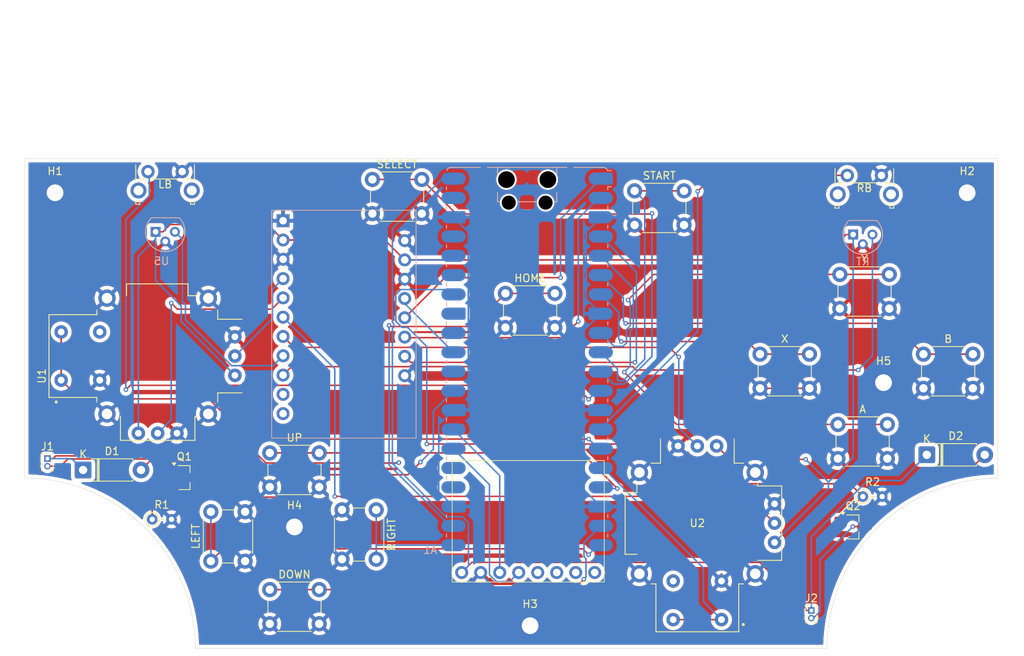
<source format=kicad_pcb>
(kicad_pcb (version 20241229) (generator "pcbnew") (generator_version "9.0")
  (layers (0 "F.Cu" signal) (2 "B.Cu" signal) (13 "F.Paste" user) (15 "B.Paste" user) (5 "F.SilkS" user "F.Silkscreen") (7 "B.SilkS" user "B.Silkscreen") (1 "F.Mask" user) (3 "B.Mask" user) (25 "Edge.Cuts" user))
  (net 0 "")
  (net 5 "A")
  (net 6 "S1")
  (net 7 "S0")
  (net 8 "X")
  (net 9 "S2")
  (net 11 "Y")
  (net 12 "B")
  (net 14 "DOWN")
  (net 15 "HOME")
  (net 19 "LB")
  (net 20 "LEFT")
  (net 21 "RB")
  (net 22 "RIGHT")
  (net 26 "SELECT")
  (net 27 "START")
  (net 30 "RT")
  (net 31 "LT")
  (net 32 "UP")
  (net 33 "L3")
  (net 34 "SCL")
  (net 35 "+3.3V")
  (net 36 "Z")
  (net 37 "+5V")
  (net 38 "SDA")
  (net 39 "R3")
  (net 40 "Y3")
  (net 41 "Y2")
  (net 42 "Y0")
  (net 43 "Y1")
  (net 44 "GND")
  (net 45 "LM")
  (net 46 "RM")
  (net 47 "Net-(D1-A)")
  (net 48 "Net-(D2-A)")
  (footprint "Button_Switch_THT:SW_PUSH_6mm" (layer "F.Cu") (at 107.5 87.5 90)
    (property "Reference" "LEFT")
    (property "Value" "SW_Push")
  )
  (footprint "Button_Switch_THT:SW_PUSH_6mm" (layer "F.Cu") (at 115.25 73.25)
    (property "Reference" "UP")
    (property "Value" "SW_Push")
  )
  (footprint "MountingHole:MountingHole_2.2mm_M2_DIN965" (layer "F.Cu") (at 149.5 96)
    (property "Reference" "H3")
    (property "Value" "MountingHole_2.2mm_M2_DIN965" (hide yes))
  )
  (footprint "MountingHole:MountingHole_2.2mm_M2_DIN965" (layer "F.Cu") (at 196 64)
    (property "Reference" "H5")
    (property "Value" "MountingHole_2.2mm_M2_DIN965" (hide yes))
  )
  (footprint "Button_Switch_THT:SW_PUSH_6mm" (layer "F.Cu") (at 201.25 60.25)
    (property "Reference" "B")
    (property "Value" "SW_Push")
  )
  (footprint "Button_Switch_THT:SW_PUSH_6mm" (layer "F.Cu") (at 128.75 37.25)
    (property "Reference" "SELECT")
    (property "Value" "SW_Push")
  )
  (footprint "Diode_THT:D_DO-41_SOD81_P7.62mm_Horizontal" (layer "F.Cu") (at 201.69 73.5)
    (property "Reference" "D2")
    (property "Value" "D")
  )
  (footprint "Button_Switch_THT:SW_PUSH_6mm" (layer "F.Cu") (at 190 69.5)
    (property "Reference" "A")
    (property "Value" "SW_Push")
  )
  (footprint "Resistor_THT:R_Axial_DIN0204_L3.6mm_D1.6mm_P2.54mm_Vertical" (layer "F.Cu") (at 193.28 79)
    (property "Reference" "R2")
    (property "Value" "R")
  )
  (footprint "Button_Switch_THT:SW_Tactile_SPST_Angled_PTS645Vx39-2LFS" (layer "F.Cu") (at 99.225 36.2125)
    (property "Reference" "LB")
    (property "Value" "SW_Push")
  )
  (footprint "MountingHole:MountingHole_2.2mm_M2_DIN965" (layer "F.Cu") (at 87 39)
    (property "Reference" "H1")
    (property "Value" "MH_2.2mm")
  )
  (footprint "Resistor_THT:R_Axial_DIN0204_L3.6mm_D1.6mm_P2.54mm_Vertical" (layer "F.Cu") (at 99.78 82)
    (property "Reference" "R1")
    (property "Value" "R")
  )
  (footprint "Button_Switch_THT:SW_PUSH_6mm" (layer "F.Cu") (at 129.25 80.75 -90)
    (property "Reference" "RIGHT")
    (property "Value" "SW_Push")
  )
  (footprint "MPU6050:mpu6050" (layer "F.Cu") (at 149 82.5 90)
    (property "Reference" "MPU1" (hide yes))
    (property "Value" "MPU6050")
  )
  (footprint "Package_TO_SOT_SMD:SOT-23_Handsoldering" (layer "F.Cu") (at 192 83)
    (property "Reference" "Q2")
    (property "Value" "Q_NMOS_GSD")
  )
  (footprint "Package_TO_SOT_SMD:SOT-23_Handsoldering" (layer "F.Cu") (at 104 76.5)
    (property "Reference" "Q1")
    (property "Value" "Q_NMOS_GSD")
  )
  (footprint "MountingHole:MountingHole_2.2mm_M2_DIN965" (layer "F.Cu") (at 207 39)
    (property "Reference" "H2")
    (property "Value" "MountingHole_2.2mm_M2_DIN965" (hide yes))
  )
  (footprint "Button_Switch_THT:SW_PUSH_6mm" (layer "F.Cu") (at 179.75 60.25)
    (property "Reference" "X")
    (property "Value" "SW_Push")
  )
  (footprint "Button_Switch_THT:SW_PUSH_6mm" (layer "F.Cu") (at 163.25 38.75)
    (property "Reference" "START")
    (property "Value" "SW_Push")
  )
  (footprint "Button_Switch_THT:SW_PUSH_6mm" (layer "F.Cu") (at 146.25 52.25)
    (property "Reference" "HOME")
    (property "Value" "SW_Push")
  )
  (footprint "Connector_PinHeader_1.00mm:PinHeader_1x02_P1.00mm_Vertical" (layer "F.Cu") (at 86 74)
    (property "Reference" "J1")
    (property "Value" "Conn_01x02_Pin")
  )
  (footprint "Button_Switch_THT:SW_PUSH_6mm" (layer "F.Cu") (at 190.25 49.75)
    (property "Reference" "Y")
    (property "Value" "SW_Push")
  )
  (footprint "Button_Switch_THT:SW_Tactile_SPST_Angled_PTS645Vx39-2LFS" (layer "F.Cu") (at 191.225 36.7125)
    (property "Reference" "RB")
    (property "Value" "SW_Push")
  )
  (footprint "joystick:XDCR_COM-09032" (layer "F.Cu") (at 100.5 60.5 90)
    (property "Reference" "U1")
    (property "Value" "COM-09032")
  )
  (footprint "Diode_THT:D_DO-41_SOD81_P7.62mm_Horizontal" (layer "F.Cu") (at 90.69 75.5)
    (property "Reference" "D1")
    (property "Value" "D")
  )
  (footprint "Connector_PinHeader_1.00mm:PinHeader_1x02_P1.00mm_Vertical" (layer "F.Cu") (at 186.5 94)
    (property "Reference" "J2")
    (property "Value" "Conn_01x02_Pin")
  )
  (footprint "Button_Switch_THT:SW_PUSH_6mm" (layer "F.Cu") (at 115.25 91.25)
    (property "Reference" "DOWN")
    (property "Value" "SW_Push")
  )
  (footprint "joystick:XDCR_COM-09032" (layer "F.Cu") (at 171.5 82.5 180)
    (property "Reference" "U2")
    (property "Value" "COM-09032")
  )
  (footprint "MountingHole:MountingHole_2.2mm_M2_DIN965" (layer "F.Cu") (at 118.5 83)
    (property "Reference" "H4")
    (property "Value" "MountingHole_2.2mm_M2_DIN965" (hide yes))
  )
  (footprint "74HC4051:74HC4051" (layer "B.Cu") (at 125.5 56.8 180)
    (property "Reference" "U3" (hide yes))
    (property "Value" "74HC4051")
  )
  (footprint "Package_TO_SOT_THT:TO-92" (layer "B.Cu") (at 192 44.5)
    (property "Reference" "RT")
    (property "Value" "~")
  )
  (footprint "Module:RaspberryPi_Pico_W_SMD_HandSolder" (layer "B.Cu") (at 149.11 61.27 180)
    (property "Reference" "A1")
    (property "Value" "RaspberryPi_Pico_W")
  )
  (footprint "Package_TO_SOT_THT:TO-92" (layer "B.Cu") (at 100.23 44.14)
    (property "Reference" "U5")
    (property "Value" "~")
  )
  (gr_line (start 83 34.5) (end 211 34.5) (stroke (width 0.05)) (layer "Edge.Cuts"))
  (gr_line (start 211 76.6) (end 211 34.5) (stroke (width 0.05)) (layer "Edge.Cuts"))
  (gr_line (start 83 34.5) (end 83 76.564544) (stroke (width 0.05)) (layer "Edge.Cuts"))
  (gr_line (start 188.55 99) (end 105.45 99) (stroke (width 0.05)) (layer "Edge.Cuts"))
  (gr_arc (start 83 76.564544) (mid 98.864263 83.135737) (end 105.45 99) (stroke (width 0.05)) (layer "Edge.Cuts"))
  (gr_arc (start 188.55 99) (mid 195.146323 83.161143) (end 211 76.600517) (stroke (width 0.05)) (layer "Edge.Cuts"))
  (segment (start 196.5 69.5) (end 190 69.5) (width 0.2) (layer "F.Cu") (net 5))
  (segment (start 161.886 62.6117) (end 168.774 69.5) (width 0.2) (layer "F.Cu") (net 5))
  (segment (start 168.774 69.5) (end 190 69.5) (width 0.2) (layer "F.Cu") (net 5))
  (via (at 161.886 62.6117) (size 0.6) (drill 0.3) (layers "F.Cu" "B.Cu") (net 5))
  (segment (start 163.079 56.7598) (end 163.079 51.5788) (width 0.2) (layer "B.Cu") (net 5))
  (segment (start 162.678 61.8189) (end 162.678 57.1601) (width 0.2) (layer "B.Cu") (net 5))
  (segment (start 161.886 62.6117) (end 162.678 61.8189) (width 0.2) (layer "B.Cu") (net 5))
  (segment (start 163.079 51.5788) (end 158.8 47.3) (width 0.2) (layer "B.Cu") (net 5))
  (segment (start 162.678 57.1601) (end 163.079 56.7598) (width 0.2) (layer "B.Cu") (net 5))
  (segment (start 133 58) (end 133.081 58.0807) (width 0.2) (layer "F.Cu") (net 6))
  (segment (start 153.705 58.0807) (end 155.84 55.9454) (width 0.2) (layer "F.Cu") (net 6))
  (segment (start 133.081 58.0807) (end 153.705 58.0807) (width 0.2) (layer "F.Cu") (net 6))
  (via (at 155.84 55.9454) (size 0.6) (drill 0.3) (layers "F.Cu" "B.Cu") (net 6))
  (segment (start 158.562 39.68) (end 158.8 39.68) (width 0.2) (layer "B.Cu") (net 6))
  (segment (start 155.84 42.4019) (end 158.562 39.68) (width 0.2) (layer "B.Cu") (net 6))
  (segment (start 155.84 55.9454) (end 155.84 42.4019) (width 0.2) (layer "B.Cu") (net 6))
  (segment (start 138.284 50.1765) (end 153.507 50.1765) (width 0.2) (layer "F.Cu") (net 7))
  (segment (start 133 55.46) (end 138.284 50.1765) (width 0.2) (layer "F.Cu") (net 7))
  (via (at 153.507 50.1765) (size 0.6) (drill 0.3) (layers "F.Cu" "B.Cu") (net 7))
  (segment (start 153.507 42.4332) (end 158.8 37.14) (width 0.2) (layer "B.Cu") (net 7))
  (segment (start 153.507 50.1765) (end 153.507 42.4332) (width 0.2) (layer "B.Cu") (net 7))
  (segment (start 186.25 60.25) (end 179.75 60.25) (width 0.2) (layer "F.Cu") (net 8))
  (segment (start 179.75 60.25) (end 178.092 58.5924) (width 0.2) (layer "F.Cu") (net 8))
  (segment (start 178.092 58.5924) (end 161.497 58.5924) (width 0.2) (layer "F.Cu") (net 8))
  (via (at 161.497 58.5924) (size 0.6) (drill 0.3) (layers "F.Cu" "B.Cu") (net 8))
  (segment (start 161.161 54.7409) (end 158.8 52.38) (width 0.2) (layer "B.Cu") (net 8))
  (segment (start 161.497 58.5924) (end 161.161 58.2565) (width 0.2) (layer "B.Cu") (net 8))
  (segment (start 161.161 58.2565) (end 161.161 54.7409) (width 0.2) (layer "B.Cu") (net 8))
  (segment (start 133 60.54) (end 133.792 61.3316) (width 0.2) (layer "F.Cu") (net 9))
  (segment (start 133.792 61.3316) (end 163.288 61.3316) (width 0.2) (layer "F.Cu") (net 9))
  (via (at 163.288 61.3316) (size 0.6) (drill 0.3) (layers "F.Cu" "B.Cu") (net 9))
  (segment (start 163.48 49.4405) (end 158.8 44.76) (width 0.2) (layer "B.Cu") (net 9))
  (segment (start 163.48 61.1394) (end 163.48 49.4405) (width 0.2) (layer "B.Cu") (net 9))
  (segment (start 163.288 61.3316) (end 163.48 61.1394) (width 0.2) (layer "B.Cu") (net 9))
  (segment (start 165.742 49.75) (end 162.376 53.1153) (width 0.2) (layer "F.Cu") (net 11))
  (segment (start 196.75 49.75) (end 190.25 49.75) (width 0.2) (layer "F.Cu") (net 11))
  (segment (start 190.25 49.75) (end 165.742 49.75) (width 0.2) (layer "F.Cu") (net 11))
  (via (at 162.376 53.1153) (size 0.6) (drill 0.3) (layers "F.Cu" "B.Cu") (net 11))
  (segment (start 161.726 59.2175) (end 160.558 59.2175) (width 0.2) (layer "B.Cu") (net 11))
  (segment (start 162.677 56.4933) (end 162.187 56.9834) (width 0.2) (layer "B.Cu") (net 11))
  (segment (start 162.187 56.9834) (end 162.187 58.7568) (width 0.2) (layer "B.Cu") (net 11))
  (segment (start 162.376 53.1153) (end 162.677 53.4162) (width 0.2) (layer "B.Cu") (net 11))
  (segment (start 162.187 58.7568) (end 161.726 59.2175) (width 0.2) (layer "B.Cu") (net 11))
  (segment (start 162.677 53.4162) (end 162.677 56.4933) (width 0.2) (layer "B.Cu") (net 11))
  (segment (start 160.558 59.2175) (end 158.8 57.46) (width 0.2) (layer "B.Cu") (net 11))
  (segment (start 201.25 60.25) (end 207.75 60.25) (width 0.2) (layer "F.Cu") (net 12))
  (segment (start 162.075 56.1933) (end 197.193 56.1933) (width 0.2) (layer "F.Cu") (net 12))
  (segment (start 197.193 56.1933) (end 201.25 60.25) (width 0.2) (layer "F.Cu") (net 12))
  (via (at 162.075 56.1933) (size 0.6) (drill 0.3) (layers "F.Cu" "B.Cu") (net 12))
  (segment (start 161.774 55.8925) (end 162.075 56.1933) (width 0.2) (layer "B.Cu") (net 12))
  (segment (start 161.774 52.8145) (end 161.774 55.8925) (width 0.2) (layer "B.Cu") (net 12))
  (segment (start 158.8 49.84) (end 161.774 52.8145) (width 0.2) (layer "B.Cu") (net 12))
  (segment (start 156.563 89.8768) (end 155.19 91.25) (width 0.2) (layer "F.Cu") (net 14))
  (segment (start 155.19 91.25) (end 121.75 91.25) (width 0.2) (layer "F.Cu") (net 14))
  (segment (start 115.25 91.25) (end 121.75 91.25) (width 0.2) (layer "F.Cu") (net 14))
  (via (at 156.563 89.8768) (size 0.6) (drill 0.3) (layers "F.Cu" "B.Cu") (net 14))
  (segment (start 156.848 87.1572) (end 156.848 89.5918) (width 0.2) (layer "B.Cu") (net 14))
  (segment (start 156.848 89.5918) (end 156.563 89.8768) (width 0.2) (layer "B.Cu") (net 14))
  (segment (start 158.8 82.86) (end 156.59 85.07) (width 0.2) (layer "B.Cu") (net 14))
  (segment (start 156.59 86.8989) (end 156.848 87.1572) (width 0.2) (layer "B.Cu") (net 14))
  (segment (start 156.59 85.07) (end 156.59 86.8989) (width 0.2) (layer "B.Cu") (net 14))
  (segment (start 146.25 52.25) (end 152.75 52.25) (width 0.2) (layer "F.Cu") (net 15))
  (segment (start 141.888 56.6117) (end 131.099 56.6117) (width 0.2) (layer "F.Cu") (net 15))
  (segment (start 131.099 56.6117) (end 130.943 56.4555) (width 0.2) (layer "F.Cu") (net 15))
  (segment (start 146.25 52.25) (end 141.888 56.6117) (width 0.2) (layer "F.Cu") (net 15))
  (via (at 130.943 56.4555) (size 0.6) (drill 0.3) (layers "F.Cu" "B.Cu") (net 15))
  (segment (start 130.943 74.8368) (end 138.966 82.86) (width 0.2) (layer "B.Cu") (net 15))
  (segment (start 130.943 56.4555) (end 130.943 74.8368) (width 0.2) (layer "B.Cu") (net 15))
  (segment (start 138.966 82.86) (end 139.42 82.86) (width 0.2) (layer "B.Cu") (net 15))
  (segment (start 155.358 64.3551) (end 96.8825 64.3551) (width 0.2) (layer "F.Cu") (net 19))
  (segment (start 96.8825 64.3551) (end 96.3163 64.9213) (width 0.2) (layer "F.Cu") (net 19))
  (segment (start 157.199 66.1963) (end 155.358 64.3551) (width 0.2) (layer "F.Cu") (net 19))
  (via (at 96.3163 64.9213) (size 0.6) (drill 0.3) (layers "F.Cu" "B.Cu") (net 19))
  (via (at 157.199 66.1963) (size 0.6) (drill 0.3) (layers "F.Cu" "B.Cu") (net 19))
  (segment (start 96.3163 42.4822) (end 99.3943 39.4042) (width 0.2) (layer "B.Cu") (net 19))
  (segment (start 96.3163 64.9213) (end 96.3163 42.4822) (width 0.2) (layer "B.Cu") (net 19))
  (segment (start 158.315 65.08) (end 157.199 66.1963) (width 0.2) (layer "B.Cu") (net 19))
  (segment (start 99.3943 39.4042) (end 99.3943 36.3818) (width 0.2) (layer "B.Cu") (net 19))
  (segment (start 158.8 65.08) (end 158.315 65.08) (width 0.2) (layer "B.Cu") (net 19))
  (segment (start 99.3943 36.3818) (end 99.225 36.2125) (width 0.2) (layer "B.Cu") (net 19))
  (segment (start 156.424 85.8822) (end 109.118 85.8822) (width 0.2) (layer "F.Cu") (net 20))
  (segment (start 109.118 85.8822) (end 107.5 87.5) (width 0.2) (layer "F.Cu") (net 20))
  (segment (start 157.192 86.6498) (end 156.424 85.8822) (width 0.2) (layer "F.Cu") (net 20))
  (via (at 157.192 86.6498) (size 0.6) (drill 0.3) (layers "F.Cu" "B.Cu") (net 20))
  (segment (start 158.8 85.4) (end 158.442 85.4) (width 0.2) (layer "B.Cu") (net 20))
  (segment (start 107.5 81) (end 107.5 87.5) (width 0.2) (layer "B.Cu") (net 20))
  (segment (start 158.442 85.4) (end 157.192 86.6498) (width 0.2) (layer "B.Cu") (net 20))
  (segment (start 173.643 36.7125) (end 191.225 36.7125) (width 0.2) (layer "F.Cu") (net 21))
  (segment (start 171.546 38.8095) (end 173.643 36.7125) (width 0.2) (layer "F.Cu") (net 21))
  (via (at 171.546 38.8095) (size 0.6) (drill 0.3) (layers "F.Cu" "B.Cu") (net 21))
  (segment (start 171.546 38.8095) (end 171.546 57.2677) (width 0.2) (layer "B.Cu") (net 21))
  (segment (start 171.546 57.2677) (end 158.8 70.0137) (width 0.2) (layer "B.Cu") (net 21))
  (segment (start 158.8 70.0137) (end 158.8 70.16) (width 0.2) (layer "B.Cu") (net 21))
  (segment (start 129.25 85.4) (end 139.42 85.4) (width 0.2) (layer "B.Cu") (net 22))
  (segment (start 129.25 87.25) (end 129.25 85.4) (width 0.2) (layer "B.Cu") (net 22))
  (segment (start 129.25 85.4) (end 129.25 80.75) (width 0.2) (layer "B.Cu") (net 22))
  (segment (start 165.53 41.715) (end 165.446 41.7987) (width 0.2) (layer "F.Cu") (net 26))
  (segment (start 139.799 41.7987) (end 135.25 37.25) (width 0.2) (layer "F.Cu") (net 26))
  (segment (start 135.25 37.25) (end 128.75 37.25) (width 0.2) (layer "F.Cu") (net 26))
  (segment (start 165.446 41.7987) (end 139.799 41.7987) (width 0.2) (layer "F.Cu") (net 26))
  (via (at 165.53 41.715) (size 0.6) (drill 0.3) (layers "F.Cu" "B.Cu") (net 26))
  (segment (start 165.53 41.715) (end 165.53 60.5482) (width 0.2) (layer "B.Cu") (net 26))
  (segment (start 161.894 64.184) (end 160.444 64.184) (width 0.2) (layer "B.Cu") (net 26))
  (segment (start 160.444 64.184) (end 158.8 62.54) (width 0.2) (layer "B.Cu") (net 26))
  (segment (start 165.53 60.5482) (end 161.894 64.184) (width 0.2) (layer "B.Cu") (net 26))
  (segment (start 163.25 38.75) (end 169.75 38.75) (width 0.2) (layer "F.Cu") (net 27))
  (segment (start 160.992 62.1924) (end 158.8 60) (width 0.2) (layer "B.Cu") (net 27))
  (segment (start 161.159 63.7751) (end 160.992 63.6088) (width 0.2) (layer "B.Cu") (net 27))
  (segment (start 160.992 63.6088) (end 160.992 62.1924) (width 0.2) (layer "B.Cu") (net 27))
  (segment (start 163.25 38.75) (end 164.581 40.0809) (width 0.2) (layer "B.Cu") (net 27))
  (segment (start 161.709 63.7751) (end 161.159 63.7751) (width 0.2) (layer "B.Cu") (net 27))
  (segment (start 161.159 63.7751) (end 160.992 63.6088) (width 0.2) (layer "B.Cu") (net 27))
  (segment (start 164.581 40.0809) (end 164.581 60.9033) (width 0.2) (layer "B.Cu") (net 27))
  (segment (start 164.581 60.9033) (end 161.709 63.7751) (width 0.2) (layer "B.Cu") (net 27))
  (segment (start 163.443 62.3375) (end 192.656 62.3375) (width 0.2) (layer "F.Cu") (net 30))
  (segment (start 117 63) (end 118.104 61.8962) (width 0.2) (layer "F.Cu") (net 30))
  (segment (start 118.104 61.8962) (end 163.002 61.8962) (width 0.2) (layer "F.Cu") (net 30))
  (segment (start 163.002 61.8962) (end 163.443 62.3375) (width 0.2) (layer "F.Cu") (net 30))
  (via (at 192.656 62.3375) (size 0.6) (drill 0.3) (layers "F.Cu" "B.Cu") (net 30))
  (segment (start 192.656 62.3375) (end 194.54 60.4534) (width 0.2) (layer "B.Cu") (net 30))
  (segment (start 194.54 60.4534) (end 194.54 44.5) (width 0.2) (layer "B.Cu") (net 30))
  (segment (start 103.753 53.3015) (end 103.753 45.1234) (width 0.2) (layer "B.Cu") (net 31))
  (segment (start 103.918 53.4663) (end 103.753 53.3015) (width 0.2) (layer "B.Cu") (net 31))
  (segment (start 104.154 55.6867) (end 104.154 53.7017) (width 0.2) (layer "B.Cu") (net 31))
  (segment (start 103.918 53.4663) (end 103.753 53.3015) (width 0.2) (layer "B.Cu") (net 31))
  (segment (start 117 60.46) (end 115.69 61.77) (width 0.2) (layer "B.Cu") (net 31))
  (segment (start 110.237 61.77) (end 104.154 55.6867) (width 0.2) (layer "B.Cu") (net 31))
  (segment (start 103.753 45.1234) (end 102.77 44.14) (width 0.2) (layer "B.Cu") (net 31))
  (segment (start 104.154 53.7017) (end 103.918 53.4663) (width 0.2) (layer "B.Cu") (net 31))
  (segment (start 115.69 61.77) (end 110.237 61.77) (width 0.2) (layer "B.Cu") (net 31))
  (segment (start 115.25 73.25) (end 121.75 73.25) (width 0.2) (layer "F.Cu") (net 32))
  (segment (start 156.29 73.25) (end 121.75 73.25) (width 0.2) (layer "F.Cu") (net 32))
  (segment (start 160.985 77.9448) (end 156.29 73.25) (width 0.2) (layer "F.Cu") (net 32))
  (via (at 160.985 77.9448) (size 0.6) (drill 0.3) (layers "F.Cu" "B.Cu") (net 32))
  (segment (start 158.965 77.9448) (end 160.985 77.9448) (width 0.2) (layer "B.Cu") (net 32))
  (segment (start 158.8 77.78) (end 158.965 77.9448) (width 0.2) (layer "B.Cu") (net 32))
  (segment (start 87.8 57.325) (end 87.8 63.675) (width 0.2) (layer "F.Cu") (net 33))
  (segment (start 112.521 71.43) (end 107.225 66.1346) (width 0.2) (layer "F.Cu") (net 33))
  (segment (start 107.225 66.1346) (end 90.2596 66.1346) (width 0.2) (layer "F.Cu") (net 33))
  (segment (start 157.21 71.43) (end 112.521 71.43) (width 0.2) (layer "F.Cu") (net 33))
  (segment (start 90.2596 66.1346) (end 87.8 63.675) (width 0.2) (layer "F.Cu") (net 33))
  (via (at 157.21 71.43) (size 0.6) (drill 0.3) (layers "F.Cu" "B.Cu") (net 33))
  (segment (start 158.8 72.7) (end 158.48 72.7) (width 0.2) (layer "B.Cu") (net 33))
  (segment (start 158.48 72.7) (end 157.21 71.43) (width 0.2) (layer "B.Cu") (net 33))
  (segment (start 145.5 76.24) (end 139.42 70.16) (width 0.2) (layer "B.Cu") (net 34))
  (segment (start 145.5 89) (end 145.5 76.24) (width 0.2) (layer "B.Cu") (net 34))
  (segment (start 102.137 43.1846) (end 114.965 43.1846) (width 0.2) (layer "F.Cu") (net 35))
  (segment (start 133 47.84) (end 130.38 45.22) (width 0.2) (layer "F.Cu") (net 35))
  (segment (start 175.802 74.1015) (end 174.04 72.34) (width 0.2) (layer "F.Cu") (net 35))
  (segment (start 133 47.84) (end 187.708 47.84) (width 0.2) (layer "F.Cu") (net 35))
  (segment (start 185.758 74.1015) (end 175.802 74.1015) (width 0.2) (layer "F.Cu") (net 35))
  (segment (start 187.708 47.84) (end 191.048 44.5) (width 0.2) (layer "F.Cu") (net 35))
  (segment (start 100.23 44.14) (end 101.182 44.14) (width 0.2) (layer "F.Cu") (net 35))
  (segment (start 191.048 44.5) (end 192 44.5) (width 0.2) (layer "F.Cu") (net 35))
  (segment (start 101.182 44.14) (end 102.137 43.1846) (width 0.2) (layer "F.Cu") (net 35))
  (segment (start 114.965 43.1846) (end 117 45.22) (width 0.2) (layer "F.Cu") (net 35))
  (segment (start 130.38 45.22) (end 117 45.22) (width 0.2) (layer "F.Cu") (net 35))
  (via (at 185.758 74.1015) (size 0.6) (drill 0.3) (layers "F.Cu" "B.Cu") (net 35))
  (segment (start 188.751 77.0941) (end 185.758 74.1015) (width 0.2) (layer "B.Cu") (net 35))
  (segment (start 98.1263 51.2351) (end 97.9615 51.0703) (width 0.2) (layer "B.Cu") (net 35))
  (segment (start 97.9615 51.0703) (end 97.9615 47.3602) (width 0.2) (layer "B.Cu") (net 35))
  (segment (start 97.9615 47.3602) (end 100.23 45.0917) (width 0.2) (layer "B.Cu") (net 35))
  (segment (start 103.611 53.9269) (end 100.23 50.5463) (width 0.2) (layer "B.Cu") (net 35))
  (segment (start 110.66 63.04) (end 103.611 55.9906) (width 0.2) (layer "B.Cu") (net 35))
  (segment (start 100.23 50.5463) (end 100.23 45.0917) (width 0.2) (layer "B.Cu") (net 35))
  (segment (start 100.23 44.14) (end 100.23 45.0917) (width 0.2) (layer "B.Cu") (net 35))
  (segment (start 181.66 85.04) (end 188.751 77.9491) (width 0.2) (layer "B.Cu") (net 35))
  (segment (start 133 47.84) (end 138.88 47.84) (width 0.2) (layer "B.Cu") (net 35))
  (segment (start 97.96 70.66) (end 97.96 51.4014) (width 0.2) (layer "B.Cu") (net 35))
  (segment (start 138.88 47.84) (end 139.42 47.3) (width 0.2) (layer "B.Cu") (net 35))
  (segment (start 188.751 77.9491) (end 188.751 77.0941) (width 0.2) (layer "B.Cu") (net 35))
  (segment (start 97.96 51.4014) (end 98.1263 51.2351) (width 0.2) (layer "B.Cu") (net 35))
  (segment (start 188.751 77.0941) (end 192 73.845) (width 0.2) (layer "B.Cu") (net 35))
  (segment (start 103.611 55.9906) (end 103.611 53.9269) (width 0.2) (layer "B.Cu") (net 35))
  (segment (start 98.1263 51.2351) (end 97.9615 51.0703) (width 0.2) (layer "B.Cu") (net 35))
  (segment (start 192 73.845) (end 192 44.5) (width 0.2) (layer "B.Cu") (net 35))
  (segment (start 133 53.58) (end 133 52.92) (width 0.2) (layer "B.Cu") (net 36))
  (segment (start 139.42 60) (end 133 53.58) (width 0.2) (layer "B.Cu") (net 36))
  (segment (start 86.7267 74) (end 87.0851 73.6416) (width 0.2) (layer "F.Cu") (net 37))
  (segment (start 140.5 89) (end 141.833 87.667) (width 0.2) (layer "F.Cu") (net 37))
  (segment (start 114.7469 74.5878) (end 132.1796 74.5878) (width 0.2) (layer "F.Cu") (net 37))
  (segment (start 186.5 94) (end 185.7733 94) (width 0.2) (layer "F.Cu") (net 37))
  (segment (start 113.8007 73.6416) (end 114.7469 74.5878) (width 0.2) (layer "F.Cu") (net 37))
  (segment (start 141.833 87.667) (end 179.7128 87.667) (width 0.2) (layer "F.Cu") (net 37))
  (segment (start 132.1796 74.5878) (end 132.2312 74.5362) (width 0.2) (layer "F.Cu") (net 37))
  (segment (start 87.0851 73.6416) (end 113.8007 73.6416) (width 0.2) (layer "F.Cu") (net 37))
  (segment (start 86 74) (end 86.7267 74) (width 0.2) (layer "F.Cu") (net 37))
  (segment (start 179.7128 87.667) (end 185.7733 93.7275) (width 0.2) (layer "F.Cu") (net 37))
  (segment (start 185.7733 93.7275) (end 185.7733 94) (width 0.2) (layer "F.Cu") (net 37))
  (via (at 132.2312 74.5362) (size 0.6) (drill 0.3) (layers "F.Cu" "B.Cu") (net 37))
  (segment (start 186.5 94) (end 186.5 84.2853) (width 0.2) (layer "B.Cu") (net 37))
  (segment (start 131.383 56.0449) (end 131.383 43.7152) (width 0.2) (layer "B.Cu") (net 37))
  (segment (start 131.383 74.6398) (end 131.383 56.8661) (width 0.2) (layer "B.Cu") (net 37))
  (segment (start 140.599 81.6563) (end 138.4 81.6563) (width 0.2) (layer "B.Cu") (net 37))
  (segment (start 186.5 84.2853) (end 193.888 76.8973) (width 0.2) (layer "B.Cu") (net 37))
  (segment (start 137.958 37.14) (end 139.42 37.14) (width 0.2) (layer "B.Cu") (net 37))
  (segment (start 131.544 56.7047) (end 131.544 56.2063) (width 0.2) (layer "B.Cu") (net 37))
  (segment (start 131.5646 74.8214) (end 131.383 74.6398) (width 0.2) (layer "B.Cu") (net 37))
  (segment (start 141.389 88.111) (end 141.389 82.4461) (width 0.2) (layer "B.Cu") (net 37))
  (segment (start 131.544 56.2063) (end 131.383 56.0449) (width 0.2) (layer "B.Cu") (net 37))
  (segment (start 131.383 56.8661) (end 131.544 56.7047) (width 0.2) (layer "B.Cu") (net 37))
  (segment (start 198.2927 76.8973) (end 201.69 73.5) (width 0.2) (layer "B.Cu") (net 37))
  (segment (start 131.383 43.7152) (end 137.958 37.14) (width 0.2) (layer "B.Cu") (net 37))
  (segment (start 90.69 75.5) (end 89.19 74) (width 0.2) (layer "B.Cu") (net 37))
  (segment (start 141.389 82.4461) (end 140.599 81.6563) (width 0.2) (layer "B.Cu") (net 37))
  (segment (start 131.8498 74.5362) (end 131.5646 74.8214) (width 0.2) (layer "B.Cu") (net 37))
  (segment (start 140.5 89) (end 141.389 88.111) (width 0.2) (layer "B.Cu") (net 37))
  (segment (start 193.888 76.8973) (end 198.2927 76.8973) (width 0.2) (layer "B.Cu") (net 37))
  (segment (start 138.4 81.6563) (end 131.5646 74.8214) (width 0.2) (layer "B.Cu") (net 37))
  (segment (start 132.2312 74.5362) (end 131.8498 74.5362) (width 0.2) (layer "B.Cu") (net 37))
  (segment (start 89.19 74) (end 86 74) (width 0.2) (layer "B.Cu") (net 37))
  (segment (start 145.056 90.1965) (end 144.152 89.2921) (width 0.2) (layer "B.Cu") (net 38))
  (segment (start 144.152 77.4317) (end 139.42 72.7) (width 0.2) (layer "B.Cu") (net 38))
  (segment (start 148 89) (end 146.804 90.1965) (width 0.2) (layer "B.Cu") (net 38))
  (segment (start 144.152 89.2921) (end 144.152 77.4317) (width 0.2) (layer "B.Cu") (net 38))
  (segment (start 146.804 90.1965) (end 145.056 90.1965) (width 0.2) (layer "B.Cu") (net 38))
  (segment (start 168.325 95.2) (end 174.675 95.2) (width 0.2) (layer "F.Cu") (net 39))
  (segment (start 174.675 95.2) (end 172.304 92.8288) (width 0.2) (layer "B.Cu") (net 39))
  (segment (start 172.304 92.8288) (end 172.304 88.4131) (width 0.2) (layer "B.Cu") (net 39))
  (segment (start 172.304 88.4131) (end 159.131 75.24) (width 0.2) (layer "B.Cu") (net 39))
  (segment (start 159.131 75.24) (end 158.8 75.24) (width 0.2) (layer "B.Cu") (net 39))
  (segment (start 167.808 59.3603) (end 169.056 60.6085) (width 0.2) (layer "F.Cu") (net 40))
  (segment (start 118.44 59.3603) (end 167.808 59.3603) (width 0.2) (layer "F.Cu") (net 40))
  (segment (start 117 57.92) (end 118.44 59.3603) (width 0.2) (layer "F.Cu") (net 40))
  (via (at 169.056 60.6085) (size 0.6) (drill 0.3) (layers "F.Cu" "B.Cu") (net 40))
  (segment (start 169.056 69.896) (end 171.5 72.34) (width 0.2) (layer "B.Cu") (net 40))
  (segment (start 169.056 60.6085) (end 169.056 69.896) (width 0.2) (layer "B.Cu") (net 40))
  (segment (start 178.137 78.9769) (end 181.66 82.5) (width 0.2) (layer "F.Cu") (net 41))
  (segment (start 123.802 78.9769) (end 178.137 78.9769) (width 0.2) (layer "F.Cu") (net 41))
  (via (at 123.802 78.9769) (size 0.6) (drill 0.3) (layers "F.Cu" "B.Cu") (net 41))
  (segment (start 123.802 62.1816) (end 123.802 78.9769) (width 0.2) (layer "B.Cu") (net 41))
  (segment (start 117 55.38) (end 123.802 62.1816) (width 0.2) (layer "B.Cu") (net 41))
  (segment (start 110.66 60.5) (end 115.61 55.5498) (width 0.2) (layer "B.Cu") (net 42))
  (segment (start 115.61 55.5498) (end 115.61 51.6898) (width 0.2) (layer "B.Cu") (net 42))
  (segment (start 115.61 51.6898) (end 117 50.3) (width 0.2) (layer "B.Cu") (net 42))
  (segment (start 103.091 54.3263) (end 102.279 53.5145) (width 0.2) (layer "F.Cu") (net 43))
  (segment (start 117 52.84) (end 115.514 54.3263) (width 0.2) (layer "F.Cu") (net 43))
  (segment (start 115.514 54.3263) (end 103.091 54.3263) (width 0.2) (layer "F.Cu") (net 43))
  (via (at 102.279 53.5145) (size 0.6) (drill 0.3) (layers "F.Cu" "B.Cu") (net 43))
  (segment (start 102.279 68.8809) (end 100.5 70.66) (width 0.2) (layer "B.Cu") (net 43))
  (segment (start 102.279 53.5145) (end 102.279 68.8809) (width 0.2) (layer "B.Cu") (net 43))
  (segment (start 163.88 89.1675) (end 164.172 88.8755) (width 0.2) (layer "F.Cu") (net 44))
  (segment (start 174.675 89.1675) (end 174.675 90.12) (width 0.2) (layer "F.Cu") (net 44))
  (segment (start 186.25 64.75) (end 179.75 64.75) (width 0.2) (layer "F.Cu") (net 44))
  (segment (start 139.42 42.22) (end 141.367 44.1672) (width 0.2) (layer "B.Cu") (net 44))
  (segment (start 139.42 67.62) (end 141.367 67.62) (width 0.2) (layer "B.Cu") (net 44))
  (segment (start 156.597 57.1229) (end 156.597 67.62) (width 0.2) (layer "B.Cu") (net 44))
  (segment (start 156.888 44.132) (end 156.888 53.008) (width 0.2) (layer "B.Cu") (net 44))
  (segment (start 141.367 67.62) (end 156.597 67.62) (width 0.2) (layer "B.Cu") (net 44))
  (segment (start 139.42 80.32) (end 137.476 78.3757) (width 0.2) (layer "B.Cu") (net 44))
  (segment (start 124.724 80.75) (end 124.75 80.75) (width 0.2) (layer "B.Cu") (net 44))
  (segment (start 158.8 54.92) (end 156.597 57.1229) (width 0.2) (layer "B.Cu") (net 44))
  (segment (start 137.476 78.3757) (end 137.476 69.5643) (width 0.2) (layer "B.Cu") (net 44))
  (segment (start 156.597 67.62) (end 156.608 67.62) (width 0.2) (layer "B.Cu") (net 44))
  (segment (start 156.608 67.62) (end 156.608 78.1285) (width 0.2) (layer "B.Cu") (net 44))
  (segment (start 158.8 42.22) (end 156.888 44.132) (width 0.2) (layer "B.Cu") (net 44))
  (segment (start 156.608 67.62) (end 158.8 67.62) (width 0.2) (layer "B.Cu") (net 44))
  (segment (start 195.725 36.7125) (end 195.626 36.8116) (width 0.2) (layer "B.Cu") (net 44))
  (segment (start 141.367 44.1672) (end 141.367 67.62) (width 0.2) (layer "B.Cu") (net 44))
  (segment (start 156.888 53.008) (end 158.8 54.92) (width 0.2) (layer "B.Cu") (net 44))
  (segment (start 156.608 78.1285) (end 158.8 80.32) (width 0.2) (layer "B.Cu") (net 44))
  (segment (start 137.476 69.5643) (end 139.42 67.62) (width 0.2) (layer "B.Cu") (net 44))
  (segment (start 121.75 77.75) (end 121.75 77.7761) (width 0.2) (layer "B.Cu") (net 44))
  (segment (start 93.8325 52.88) (end 94.086 53.1335) (width 0.2) (layer "B.Cu") (net 44))
  (segment (start 101.225 79.0734) (end 117.9201 79.0734) (width 0.2) (layer "F.Cu") (net 45))
  (segment (start 101.225 79.0734) (end 101.225 76.825) (width 0.2) (layer "F.Cu") (net 45))
  (segment (start 99.78 80.5184) (end 101.225 79.0734) (width 0.2) (layer "F.Cu") (net 45))
  (segment (start 117.9201 79.0734) (end 120.8665 76.127) (width 0.2) (layer "F.Cu") (net 45))
  (segment (start 120.8665 76.127) (end 133.4085 76.127) (width 0.2) (layer "F.Cu") (net 45))
  (segment (start 133.4085 76.127) (end 135.0745 74.461) (width 0.2) (layer "F.Cu") (net 45))
  (segment (start 99.78 82) (end 99.78 80.5184) (width 0.2) (layer "F.Cu") (net 45))
  (segment (start 101.225 76.825) (end 102.5 75.55) (width 0.2) (layer "F.Cu") (net 45))
  (via (at 135.0745 74.461) (size 0.6) (drill 0.3) (layers "F.Cu" "B.Cu") (net 45))
  (segment (start 136.7715 72.764) (end 136.7715 67.7285) (width 0.2) (layer "B.Cu") (net 45))
  (segment (start 136.7715 67.7285) (end 139.42 65.08) (width 0.2) (layer "B.Cu") (net 45))
  (segment (start 135.0745 74.461) (end 136.7715 72.764) (width 0.2) (layer "B.Cu") (net 45))
  (segment (start 170.4422 77.3092) (end 191.5892 77.3092) (width 0.2) (layer "F.Cu") (net 46))
  (segment (start 193.28 79) (end 190.5 81.78) (width 0.2) (layer "F.Cu") (net 46))
  (segment (start 190.5 81.78) (end 190.5 82.05) (width 0.2) (layer "F.Cu") (net 46))
  (segment (start 135.9022 72.0805) (end 165.2135 72.0805) (width 0.2) (layer "F.Cu") (net 46))
  (segment (start 191.5892 77.3092) (end 193.28 79) (width 0.2) (layer "F.Cu") (net 46))
  (segment (start 165.2135 72.0805) (end 170.4422 77.3092) (width 0.2) (layer "F.Cu") (net 46))
  (via (at 135.9022 72.0805) (size 0.6) (drill 0.3) (layers "F.Cu" "B.Cu") (net 46))
  (segment (start 131.8251 52.4034) (end 131.8251 55.9138) (width 0.2) (layer "B.Cu") (net 46))
  (segment (start 139.42 52.38) (end 138.7826 51.7426) (width 0.2) (layer "B.Cu") (net 46))
  (segment (start 138.7826 51.7426) (end 132.4859 51.7426) (width 0.2) (layer "B.Cu") (net 46))
  (segment (start 133.3957 56.73) (end 135.9022 59.2365) (width 0.2) (layer "B.Cu") (net 46))
  (segment (start 132.6413 56.73) (end 133.3957 56.73) (width 0.2) (layer "B.Cu") (net 46))
  (segment (start 132.4859 51.7426) (end 131.8251 52.4034) (width 0.2) (layer "B.Cu") (net 46))
  (segment (start 135.9022 59.2365) (end 135.9022 72.0805) (width 0.2) (layer "B.Cu") (net 46))
  (segment (start 131.8251 55.9138) (end 132.6413 56.73) (width 0.2) (layer "B.Cu") (net 46))
  (segment (start 103.0495 74.0495) (end 88.6828 74.0495) (width 0.2) (layer "F.Cu") (net 47))
  (segment (start 98.31 75.5) (end 99.7605 74.0495) (width 0.2) (layer "F.Cu") (net 47))
  (segment (start 88.6828 74.0495) (end 87.7323 75) (width 0.2) (layer "F.Cu") (net 47))
  (segment (start 99.7605 74.0495) (end 103.0495 74.0495) (width 0.2) (layer "F.Cu") (net 47))
  (segment (start 105.5 76.5) (end 103.0495 74.0495) (width 0.2) (layer "F.Cu") (net 47))
  (segment (start 87.7323 75) (end 86 75) (width 0.2) (layer "F.Cu") (net 47))
  (segment (start 191.9559 82.9559) (end 193.4559 82.9559) (width 0.2) (layer "F.Cu") (net 48))
  (segment (start 200.470699 78.5) (end 199 78.5) (width 0.2) (layer "F.Cu") (net 48))
  (segment (start 200.5 78.5) (end 200.470699 78.5) (width 0.2) (layer "F.Cu") (net 48))
  (segment (start 203 76.5) (end 202.676749 76.823251) (width 0.2) (layer "F.Cu") (net 48))
  (segment (start 200.54038 78.459619) (end 200.5 78.5) (width 0.2) (layer "F.Cu") (net 48))
  (segment (start 206.273706 76.475745) (end 206.177909 76.5) (width 0.2) (layer "F.Cu") (net 48))
  (segment (start 209.31 73.5) (end 206.346394 76.463606) (width 0.2) (layer "F.Cu") (net 48))
  (segment (start 206.346394 76.463606) (end 206.273706 76.475745) (width 0.2) (layer "F.Cu") (net 48))
  (segment (start 198.5 79.319312) (end 197.319313 80.499999) (width 0.2) (layer "F.Cu") (net 48))
  (segment (start 206.177909 76.5) (end 203 76.5) (width 0.2) (layer "F.Cu") (net 48))
  (segment (start 198.5 79) (end 198.5 79.319312) (width 0.2) (layer "F.Cu") (net 48))
  (segment (start 199 78.5) (end 198.5 79) (width 0.2) (layer "F.Cu") (net 48))
  (segment (start 201 78) (end 200.54038 78.459619) (width 0.2) (layer "F.Cu") (net 48))
  (segment (start 193.4559 82.9559) (end 193.5 83) (width 0.2) (layer "F.Cu") (net 48))
  (segment (start 202.676749 77.459649) (end 202.570682 77.565717) (width 0.2) (layer "F.Cu") (net 48))
  (segment (start 197.319313 80.499999) (end 196.000001 80.499999) (width 0.2) (layer "F.Cu") (net 48))
  (segment (start 196.000001 80.499999) (end 193.5 83) (width 0.2) (layer "F.Cu") (net 48))
  (segment (start 201.82822 77.671781) (end 201.5 78) (width 0.2) (layer "F.Cu") (net 48))
  (segment (start 201.5 78) (end 201 78) (width 0.2) (layer "F.Cu") (net 48))
  (segment (start 201.934286 77.565717) (end 201.82822 77.671781) (width 0.2) (layer "F.Cu") (net 48))
  (via (at 191.9559 82.9559) (size 0.6) (drill 0.3) (layers "F.Cu" "B.Cu") (net 48))
  (arc (start 202.570682 77.565717) (mid 202.411583 77.631618) (end 202.252484 77.565717) (width 0.2) (layer "F.Cu") (net 48))
  (arc (start 202.676749 76.823251) (mid 202.610847 76.982352) (end 202.676748 77.141451) (width 0.2) (layer "F.Cu") (net 48))
  (arc (start 202.252484 77.565717) (mid 202.093385 77.499816) (end 201.934286 77.565717) (width 0.2) (layer "F.Cu") (net 48))
  (arc (start 202.676748 77.141451) (mid 202.742651 77.300549) (end 202.676749 77.459649) (width 0.2) (layer "F.Cu") (net 48))
  (segment (start 186.5 95) (end 186.7791 95) (width 0.2) (layer "B.Cu") (net 48))
  (segment (start 187.6365 87.2753) (end 191.9559 82.9559) (width 0.2) (layer "B.Cu") (net 48))
  (segment (start 187.6365 94.1426) (end 187.6365 87.2753) (width 0.2) (layer "B.Cu") (net 48))
  (segment (start 186.7791 95) (end 187.6365 94.1426) (width 0.2) (layer "B.Cu") (net 48))
  (zone (net 44) (net_name "GND") (layer "F.Cu") (connect_pads (clearance 0.5)) (min_thickness 0.25) (fill yes (thermal_gap 0.5) (thermal_bridge_width 0.5))
    (polygon (pts (xy 81 32.5) (xy 80.5 100) (xy 214.5 99.5) (xy 214.5 32)))
  )
  (zone (net 44) (net_name "GND") (layer "B.Cu") (priority 1) (connect_pads (clearance 0.5)) (min_thickness 0.25) (fill yes (thermal_gap 0.5) (thermal_bridge_width 0.5))
    (polygon (pts (xy 214.5 99.5) (xy 214.5 32) (xy 81 32.5) (xy 80.5 100)))
  )
)
</source>
